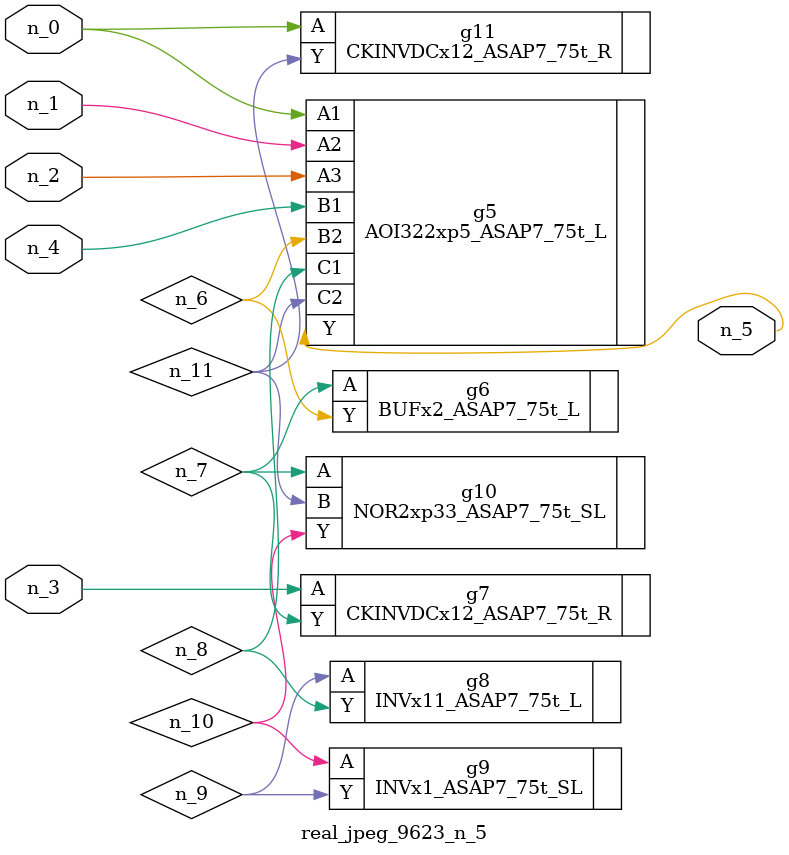
<source format=v>
module real_jpeg_9623_n_5 (n_4, n_0, n_1, n_2, n_3, n_5);

input n_4;
input n_0;
input n_1;
input n_2;
input n_3;

output n_5;

wire n_8;
wire n_11;
wire n_6;
wire n_7;
wire n_10;
wire n_9;

AOI322xp5_ASAP7_75t_L g5 ( 
.A1(n_0),
.A2(n_1),
.A3(n_2),
.B1(n_4),
.B2(n_6),
.C1(n_8),
.C2(n_11),
.Y(n_5)
);

CKINVDCx12_ASAP7_75t_R g11 ( 
.A(n_0),
.Y(n_11)
);

CKINVDCx12_ASAP7_75t_R g7 ( 
.A(n_3),
.Y(n_7)
);

BUFx2_ASAP7_75t_L g6 ( 
.A(n_7),
.Y(n_6)
);

NOR2xp33_ASAP7_75t_SL g10 ( 
.A(n_7),
.B(n_11),
.Y(n_10)
);

INVx11_ASAP7_75t_L g8 ( 
.A(n_9),
.Y(n_8)
);

INVx1_ASAP7_75t_SL g9 ( 
.A(n_10),
.Y(n_9)
);


endmodule
</source>
